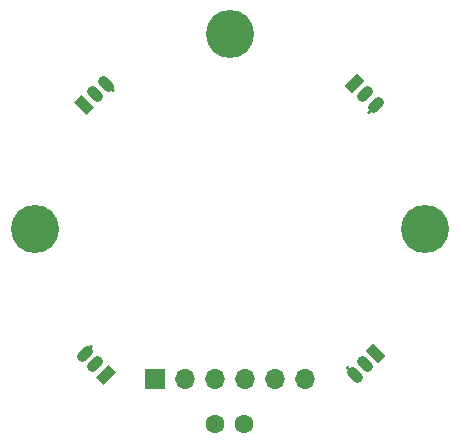
<source format=gtl>
G04 #@! TF.FileFunction,Copper,L1,Top,Signal*
%FSLAX46Y46*%
G04 Gerber Fmt 4.6, Leading zero omitted, Abs format (unit mm)*
G04 Created by KiCad (PCBNEW 4.0.6-e0-6349~53~ubuntu14.04.1) date Wed May 31 16:50:28 2017*
%MOMM*%
%LPD*%
G01*
G04 APERTURE LIST*
%ADD10C,0.100000*%
%ADD11C,0.900000*%
%ADD12C,1.600000*%
%ADD13C,4.064000*%
%ADD14R,1.700000X1.700000*%
%ADD15O,1.700000X1.700000*%
%ADD16C,0.254000*%
G04 APERTURE END LIST*
D10*
D11*
X66252132Y-81492132D02*
X65827868Y-81067868D01*
X67150157Y-80594107D02*
X66725893Y-80169843D01*
D10*
G36*
X64929842Y-81329498D02*
X65990502Y-82390158D01*
X65354106Y-83026554D01*
X64293446Y-81965894D01*
X64929842Y-81329498D01*
X64929842Y-81329498D01*
G37*
D11*
X66252132Y-103927868D02*
X65827868Y-104352132D01*
X65354107Y-103029843D02*
X64929843Y-103454107D01*
D10*
G36*
X66089498Y-105250158D02*
X67150158Y-104189498D01*
X67786554Y-104825894D01*
X66725894Y-105886554D01*
X66089498Y-105250158D01*
X66089498Y-105250158D01*
G37*
D12*
X76200000Y-109220000D03*
X78700000Y-109220000D03*
D11*
X88687868Y-103927868D02*
X89112132Y-104352132D01*
X87789843Y-104825893D02*
X88214107Y-105250157D01*
D10*
G36*
X90010158Y-104090502D02*
X88949498Y-103029842D01*
X89585894Y-102393446D01*
X90646554Y-103454106D01*
X90010158Y-104090502D01*
X90010158Y-104090502D01*
G37*
D11*
X88687868Y-81492132D02*
X89112132Y-81067868D01*
X89585893Y-82390157D02*
X90010157Y-81965893D01*
D10*
G36*
X88850502Y-80169842D02*
X87789842Y-81230502D01*
X87153446Y-80594106D01*
X88214106Y-79533446D01*
X88850502Y-80169842D01*
X88850502Y-80169842D01*
G37*
D13*
X60960000Y-92710000D03*
X93980000Y-92710000D03*
X77470000Y-76200000D03*
D14*
X71120000Y-105410000D03*
D15*
X73660000Y-105410000D03*
X76200000Y-105410000D03*
X78740000Y-105410000D03*
X81280000Y-105410000D03*
X83820000Y-105410000D03*
D16*
X65743015Y-102640935D02*
X65141975Y-103241975D01*
X89798025Y-82178025D02*
X89196985Y-82779065D01*
X67539065Y-80983015D02*
X66938025Y-80381975D01*
X88001975Y-105038025D02*
X87400935Y-104436985D01*
M02*

</source>
